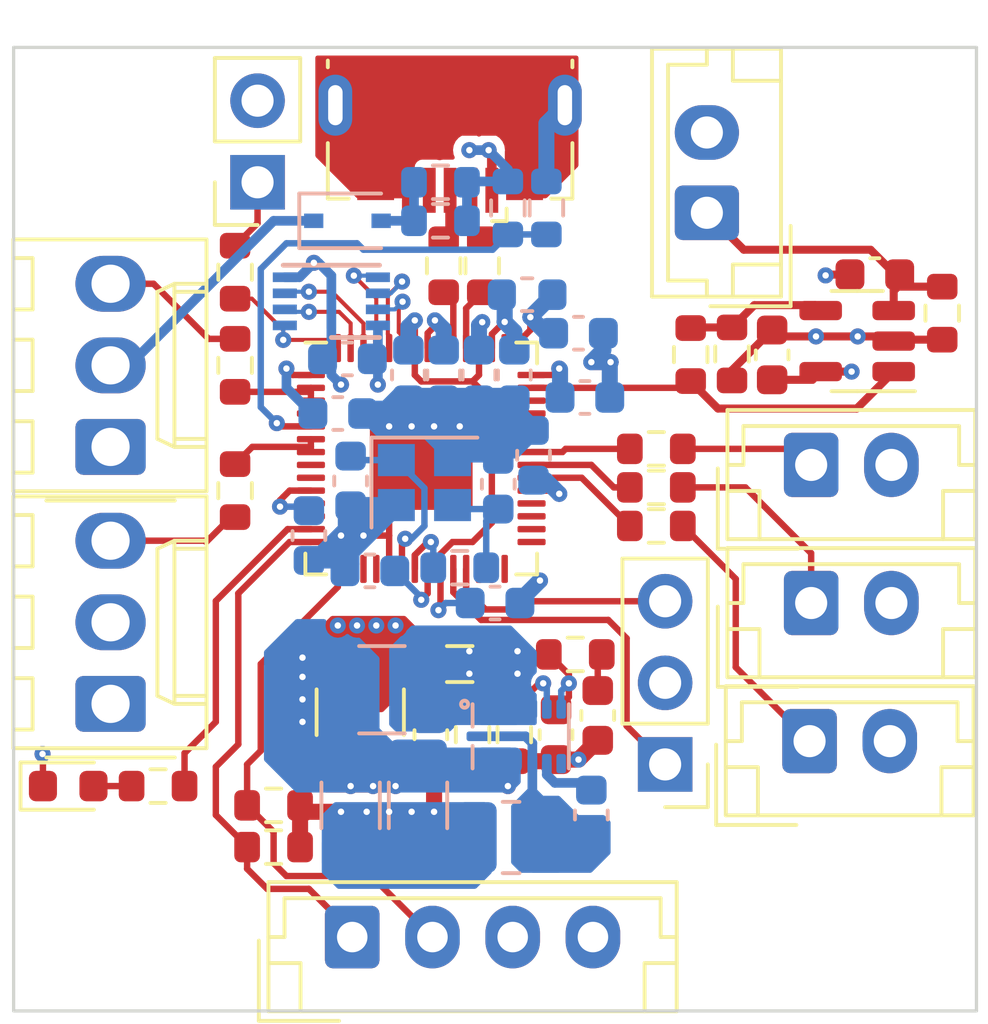
<source format=kicad_pcb>
(kicad_pcb (version 20211014) (generator pcbnew)
  (layers (0 "F.Cu" signal) (1 "In1.Cu" signal) (2 "In2.Cu" signal) (31 "B.Cu" signal) (34 "B.Paste" user) (35 "F.Paste" user) (36 "B.SilkS" user "B.Silkscreen") (37 "F.SilkS" user "F.Silkscreen") (38 "B.Mask" user) (39 "F.Mask" user) (44 "Edge.Cuts" user))
  (net 0 "")
  (net 1 "/XIN")
  (net 2 "GND")
  (net 3 "Net-(C2-Pad1)")
  (net 4 "+3V3")
  (net 5 "Net-(C4-Pad1)")
  (net 6 "+24V")
  (net 7 "Net-(C6-Pad1)")
  (net 8 "Net-(C7-Pad2)")
  (net 9 "+1V1")
  (net 10 "Net-(C12-Pad2)")
  (net 11 "Net-(C13-Pad1)")
  (net 12 "Net-(C13-Pad2)")
  (net 13 "Net-(C16-Pad2)")
  (net 14 "Net-(C18-Pad1)")
  (net 15 "Net-(D1-Pad2)")
  (net 16 "Net-(D2-Pad2)")
  (net 17 "VBUS")
  (net 18 "Net-(J1-Pad2)")
  (net 19 "Net-(J1-Pad3)")
  (net 21 "Net-(J2-Pad1)")
  (net 22 "Net-(J2-Pad3)")
  (net 23 "Net-(J3-Pad1)")
  (net 24 "Net-(J5-Pad3)")
  (net 25 "Net-(J6-Pad3)")
  (net 26 "Net-(J7-Pad1)")
  (net 27 "Net-(J8-Pad1)")
  (net 28 "/XOUT")
  (net 29 "Net-(R4-Pad2)")
  (net 30 "Net-(R5-Pad2)")
  (net 31 "/QSPI_CS")
  (net 32 "Net-(J4-Pad2)")
  (net 33 "Net-(J4-Pad1)")
  (net 34 "/UART1")
  (net 35 "/UART0")
  (net 36 "Net-(R12-Pad2)")
  (net 37 "/LeakSens")
  (net 38 "Net-(R14-Pad2)")
  (net 39 "/DIN1")
  (net 40 "/DIN2")
  (net 41 "/DIN3")
  (net 42 "/QSPI_D1")
  (net 43 "/QSPI_D2")
  (net 44 "/QSPI_D0")
  (net 45 "/QSPI_CLK")
  (net 46 "/QSPI_D3")
  (net 64 "Net-(R19-Pad2)")
  (net 67 "/LED")
  (footprint "Connector_JST:JST_EH_B2B-EH-A_1x02_P2.50mm_Vertical" (layer "F.Cu") (at 162.25 107)
    (fp_text reference "J7" hide)
    (fp_text value "Conn_01x02" hide)
  )
  (footprint "Resistor_SMD:R_0603_1608Metric" (layer "F.Cu") (at 166.33375 102.275 -90)
    (fp_text reference "R18" hide)
    (fp_text value "1M" hide)
  )
  (footprint "Resistor_SMD:R_0603_1608Metric" (layer "F.Cu") (at 145.5 118.9)
    (fp_text reference "R9" hide)
    (fp_text value "10k" hide)
  )
  (footprint "Resistor_SMD:R_0603_1608Metric" (layer "F.Cu") (at 151.7 115.4 90)
    (fp_text reference "R21" hide)
    (fp_text value "91k" hide)
  )
  (footprint "Package_DFN_QFN:QFN-56-1EP_7x7mm_P0.4mm_EP3.2x3.2mm" (layer "F.Cu") (at 150.1 106.8)
    (fp_text reference "U2" hide)
    (fp_text value "RP2040" hide)
  )
  (footprint "Connector_PinSocket_2.54mm:PinSocket_1x02_P2.54mm_Vertical" (layer "F.Cu") (at 145 98.2 180)
    (fp_text reference "J3" hide)
    (fp_text value "Conn_01x02" hide)
  )
  (footprint "Resistor_SMD:R_0603_1608Metric" (layer "F.Cu") (at 141.9 117 180)
    (fp_text reference "R7" hide)
    (fp_text value "470R" hide)
  )
  (footprint "MountingHole:MountingHole_3.2mm_M3_DIN965" (layer "F.Cu") (at 164.4 97)
    (fp_text reference "H2" hide)
    (fp_text value "MountingHole" hide)
  )
  (footprint "Connector_JST:JST_EH_B2B-EH-A_1x02_P2.50mm_Vertical" (layer "F.Cu") (at 159 99.15 90)
    (fp_text reference "J10" hide)
    (fp_text value "Conn_01x02" hide)
  )
  (footprint "MountingHole:MountingHole_3.2mm_M3_DIN965" (layer "F.Cu") (at 164.4 121)
    (fp_text reference "H1" hide)
    (fp_text value "MountingHole" hide)
  )
  (footprint "Connector_Molex:Molex_KK-254_AE-6410-03A_1x03_P2.54mm_Vertical" (layer "F.Cu") (at 140.42 114.44 90)
    (fp_text reference "J6" hide)
    (fp_text value "Conn_01x03" hide)
  )
  (footprint "Connector_JST:JST_EH_B4B-EH-A_1x04_P2.50mm_Vertical" (layer "F.Cu") (at 147.95 121.7)
    (fp_text reference "J4" hide)
    (fp_text value "Conn_01x04" hide)
  )
  (footprint "Capacitor_SMD:C_0603_1608Metric" (layer "F.Cu") (at 154.3 115.4 90)
    (fp_text reference "C16" hide)
    (fp_text value "DNP" hide)
  )
  (footprint "Resistor_SMD:R_0603_1608Metric" (layer "F.Cu") (at 153 115.4 -90)
    (fp_text reference "R22" hide)
    (fp_text value "30k" hide)
  )
  (footprint "Package_TO_SOT_SMD:SOT-23-5" (layer "F.Cu") (at 163.68375 103.145 180)
    (fp_text reference "U3" hide)
    (fp_text value "MCP6001R" hide)
  )
  (footprint "Capacitor_SMD:C_0603_1608Metric" (layer "F.Cu") (at 161.03375 103.575 -90)
    (fp_text reference "C24" hide)
    (fp_text value "100nF" hide)
  )
  (footprint "Capacitor_SMD:C_0603_1608Metric" (layer "F.Cu") (at 150.4 115.4 -90)
    (fp_text reference "C18" hide)
    (fp_text value "DNP" hide)
  )
  (footprint "Connector_Molex:Molex_KK-254_AE-6410-03A_1x03_P2.54mm_Vertical" (layer "F.Cu") (at 140.42 106.44 90)
    (fp_text reference "J5" hide)
    (fp_text value "Conn_01x03" hide)
  )
  (footprint "Connector_JST:JST_EH_B2B-EH-A_1x02_P2.50mm_Vertical" (layer "F.Cu") (at 162.25 111.3)
    (fp_text reference "J8" hide)
    (fp_text value "Conn_01x02" hide)
  )
  (footprint "Resistor_SMD:R_0603_1608Metric" (layer "F.Cu") (at 157.425 107.7)
    (fp_text reference "R16" hide)
    (fp_text value "1k" hide)
  )
  (footprint "Resistor_SMD:R_0603_1608Metric" (layer "F.Cu") (at 144.3 101 90)
    (fp_text reference "R6" hide)
    (fp_text value "1k" hide)
  )
  (footprint "MountingHole:MountingHole_3.2mm_M3_DIN965" (layer "F.Cu") (at 140.4 121)
    (fp_text reference "H3" hide)
    (fp_text value "MountingHole" hide)
  )
  (footprint "Resistor_SMD:R_0603_1608Metric" (layer "F.Cu") (at 158.49625 103.565 90)
    (fp_text reference "R14" hide)
    (fp_text value "10k" hide)
  )
  (footprint "LED_SMD:LED_0603_1608Metric" (layer "F.Cu") (at 139.1 117)
    (fp_text reference "D2" hide)
    (fp_text value "Green" hide)
  )
  (footprint "Inductor_SMD:L_0805_2012Metric" (layer "F.Cu") (at 151.3 113.2 180)
    (fp_text reference "L2" hide)
    (fp_text value "10µ" hide)
  )
  (footprint "Capacitor_SMD:C_0603_1608Metric" (layer "F.Cu") (at 155.6 114.8 90)
    (fp_text reference "C12" hide)
    (fp_text value "3.3n" hide)
  )
  (footprint "Resistor_SMD:R_0603_1608Metric" (layer "F.Cu") (at 157.425 106.5)
    (fp_text reference "R15" hide)
    (fp_text value "1k" hide)
  )
  (footprint "Resistor_SMD:R_0603_1608Metric" (layer "F.Cu") (at 144.3 107.8 90)
    (fp_text reference "R11" hide)
    (fp_text value "1k" hide)
  )
  (footprint "Resistor_SMD:R_0603_1608Metric" (layer "F.Cu") (at 159.78375 103.545 90)
    (fp_text reference "R17" hide)
    (fp_text value "1k" hide)
  )
  (footprint "Resistor_SMD:R_0603_1608Metric" (layer "F.Cu") (at 154.9 112.9)
    (fp_text reference "R20" hide)
    (fp_text value "27k" hide)
  )
  (footprint "Resistor_SMD:R_0603_1608Metric" (layer "F.Cu") (at 157.425 108.9)
    (fp_text reference "R19" hide)
    (fp_text value "1k" hide)
  )
  (footprint "Capacitor_SMD:C_0603_1608Metric" (layer "F.Cu") (at 164.23375 101.075 180)
    (fp_text reference "C6" hide)
    (fp_text value "100nF" hide)
  )
  (footprint "Connector_JST:JST_EH_B2B-EH-A_1x02_P2.50mm_Vertical" (layer "F.Cu") (at 162.2 115.6)
    (fp_text reference "J9" hide)
    (fp_text value "Conn_01x02" hide)
  )
  (footprint "Resistor_SMD:R_0603_1608Metric" (layer "F.Cu") (at 144.3 103.9 -90)
    (fp_text reference "R10" hide)
    (fp_text value "1k" hide)
  )
  (footprint "MountingHole:MountingHole_3.2mm_M3_DIN965" (layer "F.Cu") (at 140.4 97)
    (fp_text reference "H4" hide)
    (fp_text value "MountingHole" hide)
  )
  (footprint "Connector_USB:USB_Micro-B_GCT_USB3076-30-A" (layer "F.Cu") (at 151 97 180)
    (fp_text reference "J1" hide)
    (fp_text value "USB_B_Micro" hide)
  )
  (footprint "Capacitor_SMD:C_1210_3225Metric" (layer "F.Cu") (at 148.2 114.7 90)
    (fp_text reference "C5" hide)
    (fp_text value "10µ" hide)
  )
  (footprint "Resistor_SMD:R_0603_1608Metric" (layer "F.Cu") (at 150.8 100.8 -90)
    (fp_text reference "R4" hide)
    (fp_text value "27" hide)
  )
  (footprint "Resistor_SMD:R_0603_1608Metric" (layer "F.Cu") (at 152 100.8 -90)
    (fp_text reference "R5" hide)
    (fp_text value "27" hide)
  )
  (footprint "Connector_PinHeader_2.54mm:PinHeader_1x03_P2.54mm_Vertical" (layer "F.Cu") (at 157.7 116.325 180)
    (fp_text reference "J2" hide)
    (fp_text value "Conn_01x03" hide)
  )
  (footprint "Resistor_SMD:R_0603_1608Metric" (layer "F.Cu") (at 145.5 117.6)
    (fp_text reference "R8" hide)
    (fp_text value "10k" hide)
  )
  (footprint "Capacitor_SMD:C_0603_1608Metric" (layer "B.Cu") (at 152.4 111.3)
    (fp_text reference "C11" hide)
    (fp_text value "100nF" hide)
  )
  (footprint "Capacitor_SMD:C_1210_3225Metric" (layer "B.Cu") (at 148.875 114)
    (fp_text reference "C7" hide)
    (fp_text value "10µ" hide)
  )
  (footprint "Bergi:V-DFN3020-13" (layer "B.Cu") (at 153.2 115.45 -90)
    (fp_text reference "U4" hide)
    (fp_text value "AP63357Q" hide)
  )
  (footprint "Capacitor_SMD:C_0603_1608Metric" (layer "B.Cu") (at 147.9 107.5 -90)
    (fp_text reference "C1" hide)
    (fp_text value "12p" hide)
  )
  (footprint "Inductor_SMD:L_1008_2520Metric" (layer "B.Cu") (at 152.9 118.6 180)
    (fp_text reference "L3" hide)
    (fp_text value "4.7u" hide)
  )
  (footprint "Capacitor_SMD:C_1206_3216Metric" (layer "B.Cu") (at 150 117.6 -90)
    (fp_text reference "C23" hide)
    (fp_text value "22µ" hide)
  )
  (footprint "Crystal:Crystal_SMD_2520-4Pin_2.5x2.0mm" (layer "B.Cu") (at 150.2 107.55)
    (fp_text reference "Y1" hide)
    (fp_text value "12Mhz" hide)
  )
  (footprint "Capacitor_SMD:C_0603_1608Metric" (layer "B.Cu") (at 146.6 109.2 -90)
    (fp_text reference "C19" hide)
    (fp_text value "100nF" hide)
  )
  (footprint "Capacitor_SMD:C_0603_1608Metric" (layer "B.Cu") (at 147.5 105.4)
    (fp_text reference "C10" hide)
    (fp_text value "100nF" hide)
  )
  (footprint "Bergi:DFN-8-1EP_3x2mm_P0.5mm_EP0.3x1.6mm" (layer "B.Cu") (at 147.3 101.907559)
    (fp_text reference "U1" hide)
    (fp_text value "W25Q16JVUXIQ" hide)
  )
  (footprint "Capacitor_SMD:C_0603_1608Metric" (layer "B.Cu") (at 149.7 104.2 -90)
    (fp_text reference "C9" hide)
    (fp_text value "100nF" hide)
  )
  (footprint "Resistor_SMD:R_0603_1608Metric" (layer "B.Cu") (at 150.7 99.4)
    (fp_text reference "R1" hide)
    (fp_text value "20R" hide)
  )
  (footprint "Capacitor_SMD:C_0603_1608Metric" (layer "B.Cu") (at 151.9 104.2 -90)
    (fp_text reference "C15" hide)
    (fp_text value "1µF" hide)
  )
  (footprint "Capacitor_SMD:C_1206_3216Metric" (layer "B.Cu") (at 147.9 117.6 -90)
    (fp_text reference "C21" hide)
    (fp_text value "22µ" hide)
  )
  (footprint "Capacitor_SMD:C_0603_1608Metric" (layer "B.Cu") (at 155.2 104.9)
    (fp_text reference "C17" hide)
    (fp_text value "100nF" hide)
  )
  (footprint "Capacitor_SMD:C_0603_1608Metric" (layer "B.Cu") (at 148.5 110.3 180)
    (fp_text reference "C20" hide)
    (fp_text value "100nF" hide)
  )
  (footprint "Resistor_SMD:R_0603_1608Metric" (layer "B.Cu") (at 154 99 90)
    (fp_text reference "R13" hide)
    (fp_text value "10k" hide)
  )
  (footprint "Diode_SMD:D_SOD-323" (layer "B.Cu") (at 147.8 99.4)
    (fp_text reference "D1" hide)
    (fp_text value "BAT54W" hide)
  )
  (footprint "Capacitor_SMD:C_0603_1608Metric" (layer "B.Cu") (at 150.8 104.2 -90)
    (fp_text reference "C14" hide)
    (fp_text value "100nF" hide)
  )
  (footprint "Resistor_SMD:R_0603_1608Metric" (layer "B.Cu") (at 151.3 110.2)
    (fp_text reference "R3" hide)
    (fp_text value "1k" hide)
  )
  (footprint "Capacitor_SMD:C_0603_1608Metric" (layer "B.Cu") (at 153 104.2 -90)
    (fp_text reference "C22" hide)
    (fp_text value "1µF" hide)
  )
  (footprint "Capacitor_SMD:C_0603_1608Metric" (layer "B.Cu") (at 155 102.9)
    (fp_text reference "C4" hide)
    (fp_text value "1µF" hide)
  )
  (footprint "Capacitor_SMD:C_0603_1608Metric" (layer "B.Cu") (at 147.8 103.7 180)
    (fp_text reference "C3" hide)
    (fp_text value "100nF" hide)
  )
  (footprint "Capacitor_SMD:C_0603_1608Metric" (layer "B.Cu") (at 153.6 106.7 90)
    (fp_text reference "C8" hide)
    (fp_text value "100nF" hide)
  )
  (footprint "Capacitor_SMD:C_0603_1608Metric" (layer "B.Cu") (at 152.5 107.6 90)
    (fp_text reference "C2" hide)
    (fp_text value "12p" hide)
  )
  (footprint "Resistor_SMD:R_0603_1608Metric" (layer "B.Cu") (at 152.8 99 -90)
    (fp_text reference "R12" hide)
    (fp_text value "5.6k" hide)
  )
  (footprint "Capacitor_SMD:C_0603_1608Metric" (layer "B.Cu") (at 155.4 117.9 90)
    (fp_text reference "C13" hide)
    (fp_text value "100n" hide)
  )
  (footprint "Resistor_SMD:R_0603_1608Metric" (layer "B.Cu") (at 150.7 98.2)
    (fp_text reference "R2" hide)
    (fp_text value "20R" hide)
  )
  (footprint "Inductor_SMD:L_0603_1608Metric" (layer "B.Cu") (at 153.4 101.7 180)
    (fp_text reference "L1" hide)
    (fp_text value "600R" hide)
  )
  (gr_line (start 137.4 94) (end 167.4 94) (layer "Edge.Cuts") (width 0.1))
  (gr_line (start 137.4 124) (end 137.4 94) (layer "Edge.Cuts") (width 0.1))
  (gr_line (start 137.4 124) (end 167.4 124) (layer "Edge.Cuts") (width 0.1))
  (gr_line (start 167.4 124) (end 167.4 94) (layer "Edge.Cuts") (width 0.1))
  (segment (start 149.5 109.4) (end 149.5 110.2375) (width 0.2) (layer "F.Cu") (net 1))
  (segment (start 149.6 109.3) (end 149.5 109.4) (width 0.2) (layer "F.Cu") (net 1))
  (via (at 149.6 109.3) (size 0.5) (drill 0.2) (layers "F.Cu" "B.Cu") (net 1))
  (segment (start 150.2 108.9) (end 150.2 107.725) (width 0.2) (layer "B.Cu") (net 1))
  (segment (start 148.025 106.85) (end 147.9 106.725) (width 0.2) (layer "B.Cu") (net 1))
  (segment (start 149.6 109.3) (end 149.8 109.3) (width 0.2) (layer "B.Cu") (net 1))
  (segment (start 149.325 106.85) (end 148.025 106.85) (width 0.2) (layer "B.Cu") (net 1))
  (segment (start 149.8 109.3) (end 150.2 108.9) (width 0.2) (layer "B.Cu") (net 1))
  (segment (start 150.2 107.725) (end 149.325 106.85) (width 0.2) (layer "B.Cu") (net 1))
  (segment (start 162.725 101.075) (end 163.45875 101.075) (width 0.25) (layer "F.Cu") (net 2))
  (segment (start 149.1 109.2) (end 149.1 107.8) (width 0.2) (layer "F.Cu") (net 2))
  (segment (start 161.03375 104.35) (end 162.29125 104.35) (width 0.25) (layer "F.Cu") (net 2))
  (segment (start 149.1 107.8) (end 150.1 106.8) (width 0.2) (layer "F.Cu") (net 2))
  (segment (start 162.54625 104.095) (end 163.50925 104.095) (width 0.25) (layer "F.Cu") (net 2))
  (segment (start 146.4 115.9) (end 146.675 116.175) (width 0.5) (layer "F.Cu") (net 2))
  (segment (start 152.8 116.425) (end 153 116.225) (width 0.5) (layer "F.Cu") (net 2))
  (segment (start 146.4 113) (end 146.4 115.9) (width 0.5) (layer "F.Cu") (net 2))
  (segment (start 149.1 109.2) (end 147.6 109.2) (width 0.2) (layer "F.Cu") (net 2))
  (segment (start 138.3125 117) (end 138.3125 116.0125) (width 0.2) (layer "F.Cu") (net 2))
  (segment (start 154.3 116.175) (end 155 116.175) (width 0.5) (layer "F.Cu") (net 2))
  (segment (start 153 116.225) (end 154.25 116.225) (width 0.5) (layer "F.Cu") (net 2))
  (segment (start 155 116.175) (end 155.6 115.575) (width 0.5) (layer "F.Cu") (net 2))
  (segment (start 146.675 116.175) (end 148.2 116.175) (width 0.5) (layer "F.Cu") (net 2))
  (segment (start 162.29125 104.35) (end 162.54625 104.095) (width 0.25) (layer "F.Cu") (net 2))
  (segment (start 152.8 117) (end 152.8 116.425) (width 0.5) (layer "F.Cu") (net 2))
  (segment (start 138.3125 116.0125) (end 138.3 116) (width 0.2) (layer "F.Cu") (net 2))
  (segment (start 154.25 116.225) (end 154.3 116.175) (width 0.5) (layer "F.Cu") (net 2))
  (segment (start 155.4 103.8) (end 156 103.8) (width 0.5) (layer "F.Cu") (net 2))
  (segment (start 162.7 101.1) (end 162.725 101.075) (width 0.25) (layer "F.Cu") (net 2))
  (segment (start 149.1 110.2375) (end 149.1 109.2) (width 0.2) (layer "F.Cu") (net 2))
  (via (at 151.3 105.8) (size 0.5) (drill 0.2) (layers "F.Cu" "B.Cu") (net 2))
  (via (at 147.6 109.2) (size 0.5) (drill 0.2) (layers "F.Cu" "B.Cu") (net 2))
  (via (at 149.8 105.8) (size 0.5) (drill 0.2) (layers "F.Cu" "B.Cu") (net 2))
  (via (at 156 103.8) (size 0.5) (drill 0.2) (layers "F.Cu" "B.Cu") (net 2))
  (via (at 162.7 101.1) (size 0.5) (drill 0.2) (layers "F.Cu" "B.Cu") (net 2))
  (via (at 155 116.175) (size 0.5) (drill 0.2) (layers "F.Cu" "B.Cu") (net 2))
  (via (at 148.3 109.2) (size 0.5) (drill 0.2) (layers "F.Cu" "B.Cu") (net 2))
  (via (at 153.8 110.6) (size 0.5) (drill 0.2) (layers "F.Cu" "B.Cu") (net 2))
  (via (at 152.8 117) (size 0.5) (drill 0.2) (layers "F.Cu" "B.Cu") (net 2))
  (via (at 149.3 117) (size 0.5) (drill 0.2) (layers "F.Cu" "B.Cu") (net 2))
  (via (at 146.4 115) (size 0.5) (drill 0.2) (layers "F.Cu" "B.Cu") (net 2))
  (via (at 149.1 105.8) (size 0.5) (drill 0.2) (layers "F.Cu" "B.Cu") (net 2))
  (via (at 155.4 103.8) (size 0.5) (drill 0.2) (layers "F.Cu" "B.Cu") (net 2))
  (via (at 163.50925 104.095) (size 0.5) (drill 0.2) (layers "F.Cu" "B.Cu") (net 2))
  (via (at 146.4 113.6) (size 0.5) (drill 0.2) (layers "F.Cu" "B.Cu") (net 2))
  (via (at 146.4 114.3) (size 0.5) (drill 0.2) (layers "F.Cu" "B.Cu") (net 2))
  (via (at 150.5 105.8) (size 0.5) (drill 0.2) (layers "F.Cu" "B.Cu") (net 2))
  (via (at 148.6 117) (size 0.5) (drill 0.2) (layers "F.Cu" "B.Cu") (net 2))
  (via (at 138.3 116) (size 0.5) (drill 0.2) (layers "F.Cu" "B.Cu") (net 2))
  (via (at 146.754709 100.707559) (size 0.5) (drill 0.2) (layers "F.Cu" "B.Cu") (net 2))
  (via (at 147.9 117) (size 0.5) (drill 0.2) (layers "F.Cu" "B.Cu") (net 2))
  (via (at 147.6 104.5) (size 0.5) (drill 0.2) (layers "F.Cu" "B.Cu") (net 2))
  (via (at 146.4 113) (size 0.5) (drill 0.2) (layers "F.Cu" "B.Cu") (net 2))
  (segment (start 153.8 110.6) (end 153.175 111.225) (width 0.5) (layer "B.Cu") (net 2))
  (segment (start 147.3 104.2) (end 147.3 101.907559) (width 0.3) (layer "B.Cu") (net 2))
  (segment (start 147.925 109.825) (end 147.925 110.1) (width 0.5) (layer "B.Cu") (net 2))
  (segment (start 147.925 109.575) (end 147.925 109.525) (width 0.5) (layer "B.Cu") (net 2))
  (segment (start 148.3 109.2) (end 147.925 109.575) (width 0.5) (layer "B.Cu") (net 2))
  (segment (start 155.975 103.825) (end 156 103.8) (width 0.5) (layer "B.Cu") (net 2))
  (segment (start 147.925 108.25) (end 147.925 108.825) (width 0.5) (layer "B.Cu") (net 2))
  (segment (start 155.775 103.425) (end 155.4 103.8) (width 0.5) (layer "B.Cu") (net 2))
  (segment (start 146.9 100.707559) (end 147.3 101.107559) (width 0.3) (layer "B.Cu") (net 2))
  (segment (start 152.5 106.825) (end 151.1 106.825) (width 0.2) (layer "B.Cu") (net 2))
  (segment (start 153.175 111.225) (end 153.175 111.3) (width 0.5) (layer "B.Cu") (net 2))
  (segment (start 146.6 109.975) (end 147.775 109.975) (width 0.5) (layer "B.Cu") (net 2))
  (segment (start 146.754709 100.707559) (end 146.9 100.707559) (width 0.3) (layer "B.Cu") (net 2))
  (segment (start 154 96.375) (end 154.575 95.8) (width 0.5) (layer "B.Cu") (net 2))
  (segment (start 147.925 108.25) (end 147.9 108.275) (width 0.2) (layer "B.Cu") (net 2))
  (segment (start 147.6 104.5) (end 147.3 104.2) (width 0.3) (layer "B.Cu") (net 2))
  (segment (start 154 98.175) (end 154 96.375) (width 0.5) (layer "B.Cu") (net 2))
  (segment (start 155.975 104.9) (end 155.975 103.825) (width 0.5) (layer "B.Cu") (net 2))
  (segment (start 147.3 101.107559) (end 147.3 101.907559) (width 0.3) (layer "B.Cu") (net 2))
  (segment (start 147.925 109.525) (end 147.6 109.2) (width 0.5) (layer "B.Cu") (net 2))
  (segment (start 147.925 110.1) (end 147.725 110.3) (width 0.5) (layer "B.Cu") (net 2))
  (segment (start 155.4 103.8) (end 156 103.8) (width 0.5) (layer "B.Cu") (net 2))
  (segment (start 146.304709 101.157559) (end 146.754709 100.707559) (width 0.3) (layer "B.Cu") (net 2))
  (segment (start 147.775 109.975) (end 147.925 109.825) (width 0.5) (layer "B.Cu") (net 2))
  (segment (start 147.925 109.575) (end 147.925 109.825) (width 0.5) (layer "B.Cu") (net 2))
  (segment (start 155.775 102.9) (end 155.775 103.425) (width 0.5) (layer "B.Cu") (net 2))
  (segment (start 149.325 108.25) (end 147.925 108.25) (width 0.5) (layer "B.Cu") (net 2))
  (segment (start 147.925 108.825) (end 148.3 109.2) (width 0.5) (layer "B.Cu") (net 2))
  (segment (start 145.85 101.157559) (end 146.304709 101.157559) (width 0.3) (layer "B.Cu") (net 2))
  (segment (start 151.1 106.825) (end 151.075 106.85) (width 0.2) (layer "B.Cu") (net 2))
  (segment (start 152.125 108.75) (end 152.5 108.375) (width 0.2) (layer "B.Cu") (net 3))
  (segment (start 152.5 108.375) (end 151.2 108.375) (width 0.2) (layer "B.Cu") (net 3))
  (segment (start 151.2 108.375) (end 151.075 108.25) (width 0.2) (layer "B.Cu") (net 3))
  (segment (start 152.125 110.2) (end 152.125 108.75) (width 0.2) (layer "B.Cu") (net 3))
  (segment (start 161.23375 103) (end 161.03375 102.8) (width 0.25) (layer "F.Cu") (net 4))
  (segment (start 152.3 102.929959) (end 152.3 103.3625) (width 0.2) (layer "F.Cu") (net 4))
  (segment (start 153.5375 107.8) (end 154.3 107.8) (width 0.2) (layer "F.Cu") (net 4))
  (segment (start 166.33375 103.1) (end 164.86625 103.1) (width 0.25) (layer "F.Cu") (net 4))
  (segment (start 150.3 102.9) (end 150.526503 102.673497) (width 0.2) (layer "F.Cu") (net 4))
  (segment (start 146.325 117.6) (end 146.325 118.9) (width 0.5) (layer "F.Cu") (net 4))
  (segment (start 163.7 103) (end 163.5 103) (width 0.25) (layer "F.Cu") (net 4))
  (segment (start 159.78375 104.05) (end 159.78375 104.37) (width 0.25) (layer "F.Cu") (net 4))
  (segment (start 145.7 108.1) (end 145.7 108.3) (width 0.2) (layer "F.Cu") (net 4))
  (segment (start 147.6 117.8) (end 146.525 117.8) (width 0.5) (layer "F.Cu") (net 4))
  (segment (start 150.526503 102.673497) (end 150.526503 102.5) (width 0.2) (layer "F.Cu") (net 4))
  (segment (start 164.67625 103) (end 163.7 103) (width 0.25) (layer "F.Cu") (net 4))
  (segment (start 145.8 108) (end 145.7 108.1) (width 0.2) (layer "F.Cu") (net 4))
  (segment (start 147.6 117.8) (end 150.5 117.8) (width 0.5) (layer "F.Cu") (net 4))
  (segment (start 163.5 103) (end 162.4 103) (width 0.25) (layer "F.Cu") (net 4))
  (segment (start 154.2 104.2) (end 154.4 104) (width 0.2) (layer "F.Cu") (net 4))
  (segment (start 146.1 104.2) (end 145.9 104) (width 0.2) (layer "F.Cu") (net 4))
  (segment (start 150.7 102.673497) (end 150.526503 102.5) (width 0.2) (layer "F.Cu") (net 4))
  (segment (start 150.7 103.3625) (end 150.7 102.673497) (width 0.2) (layer "F.Cu") (net 4))
  (segment (start 150.4 116.175) (end 151.65 116.175) (width 0.5) (layer "F.Cu") (net 4))
  (segment (start 151.65 116.175) (end 151.7 116.225) (width 0.5) (layer "F.Cu") (net 4))
  (segment (start 150.3 103.3625) (end 150.3 102.9) (width 0.2) (layer "F.Cu") (net 4))
  (segment (start 150.3 110.2375) (end 150.3 111) (width 0.2) (layer "F.Cu") (net 4))
  (segment (start 152.7 102.5485) (end 152.618541 102.629959) (width 0.2) (layer "F.Cu") (net 4))
  (segment (start 150.5 117.8) (end 150.5 116.275) (width 0.5) (layer "F.Cu") (net 4))
  (segment (start 146.525 117.8) (end 146.325 117.6) (width 0.5) (layer "F.Cu") (net 4))
  (segment (start 164.86625 103.1) (end 164.82125 103.145) (width 0.25) (layer "F.Cu") (net 4))
  (segment (start 150.5 116.275) (end 150.4 116.175) (width 0.5) (layer "F.Cu") (net 4))
  (segment (start 154.3 107.8) (end 154.4 107.9) (width 0.2) (layer "F.Cu") (net 4))
  (segment (start 164.82125 103.145) (end 164.67625 103) (width 0.25) (layer "F.Cu") (net 4))
  (segment (start 152.618541 102.629959) (end 152.6 102.629959) (width 0.2) (layer "F.Cu") (net 4))
  (segment (start 152.6 102.629959) (end 152.3 102.929959) (width 0.2) (layer "F.Cu") (net 4))
  (segment (start 153.5375 104.2) (end 154.2 104.2) (width 0.2) (layer "F.Cu") (net 4))
  (segment (start 146.6625 104.2) (end 146.1 104.2) (width 0.2) (layer "F.Cu") (net 4))
  (segment (start 146.6625 107.8) (end 146 107.8) (width 0.2) (layer "F.Cu") (net 4))
  (segment (start 146 107.8) (end 145.8 108) (width 0.2) (layer "F.Cu") (net 4))
  (segment (start 161.03375 102.8) (end 159.78375 104.05) (width 0.25) (layer "F.Cu") (net 4))
  (segment (start 162.4 103) (end 161.23375 103) (width 0.25) (layer "F.Cu") (net 4))
  (segment (start 150.3 111) (end 150.1 111.2) (width 0.2) (layer "F.Cu") (net 4))
  (via (at 147.6 117.8) (size 0.5) (drill 0.2) (layers "F.Cu" "B.Cu") (net 4))
  (via (at 150.5 117.8) (size 0.5) (drill 0.2) (layers "F.Cu" "B.Cu") (net 4))
  (via (at 163.7 103) (size 0.5) (drill 0.2) (layers "F.Cu" "B.Cu") (net 4))
  (via (at 148.4 117.8) (size 0.5) (drill 0.2) (layers "F.Cu" "B.Cu") (net 4))
  (via (at 162.4 103) (size 0.5) (drill 0.2) (layers "F.Cu" "B.Cu") (net 4))
  (via (at 149.1 117.8) (size 0.5) (drill 0.2) (layers "F.Cu" "B.Cu") (net 4))
  (via (at 154.4 104) (size 0.5) (drill 0.2) (layers "F.Cu" "B.Cu") (net 4))
  (via (at 145.9 104) (size 0.5) (drill 0.2) (layers "F.Cu" "B.Cu") (net 4))
  (via (at 145.7 108.3) (size 0.5) (drill 0.2) (layers "F.Cu" "B.Cu") (net 4))
  (via (at 149.8 117.8) (size 0.5) (drill 0.2) (layers "F.Cu" "B.Cu") (net 4))
  (via (at 150.526503 102.5) (size 0.5) (drill 0.2) (layers "F.Cu" "B.Cu") (net 4))
  (via (at 150.1 111.2) (size 0.5) (drill 0.2) (layers "F.Cu" "B.Cu") (net 4))
  (via (at 148.748418 104.5) (size 0.5) (drill 0.2) (layers "F.Cu" "B.Cu") (net 4))
  (via (at 154.4 107.9) (size 0.5) (drill 0.2) (layers "F.Cu" "B.Cu") (net 4))
  (via (at 152.7 102.5485) (size 0.5) (drill 0.2) (layers "F.Cu" "B.Cu") (net 4))
  (segment (start 145.7 108.3) (end 146.475 108.3) (width 0.2) (layer "B.Cu") (net 4))
  (segment (start 153.6 107.475) (end 153.975 107.475) (width 0.5) (layer "B.Cu") (net 4))
  (segment (start 145.9 104.6) (end 145.9 104) (width 0.3) (layer "B.Cu") (net 4))
  (segment (start 153.975 107.475) (end 154.4 107.9) (width 0.5) (layer "B.Cu") (net 4))
  (segment (start 146.475 108.3) (end 146.6 108.425) (width 0.2) (layer "B.Cu") (net 4))
  (segment (start 153 102.8485) (end 153 103.425) (width 0.5) (layer "B.Cu") (net 4))
  (segment (start 148.75 104.05) (end 148.75 104.498418) (width 0.3) (layer "B.Cu") (net 4))
  (segment (start 154.425 104.025) (end 154.4 104) (width 0.2) (layer "B.Cu") (net 4))
  (segment (start 150.526503 102.5) (end 150.8 102.773497) (width 0.5) (layer "B.Cu") (net 4))
  (segment (start 148.748418 104.5) (end 148.75 104.498418) (width 0.127) (layer "B.Cu") (net 4))
  (segment (start 152.7 102.5485) (end 153 102.8485) (width 0.5) (layer "B.Cu") (net 4))
  (segment (start 154.425 104.9) (end 154.425 104.025) (width 0.5) (layer "B.Cu") (net 4))
  (segment (start 148.75 104.498418) (end 148.75 103.657559) (width 0.127) (layer "B.Cu") (net 4))
  (segment (start 150.1 111.2) (end 150.1 111.125) (width 0.2) (layer "B.Cu") (net 4))
  (segment (start 152.7 102.5485) (end 152.7 101.7875) (width 0.5) (layer "B.Cu") (net 4))
  (segment (start 145.9 104.6) (end 146.7 105.4) (width 0.3) (layer "B.Cu") (net 4))
  (segment (start 150.1 111.125) (end 149.275 110.3) (width 0.2) (layer "B.Cu") (net 4))
  (segment (start 148.75 102.657559) (end 148.75 103.657559) (width 0.3) (layer "B.Cu") (net 4))
  (segment (start 150.8 102.773497) (end 150.8 103.425) (width 0.5) (layer "B.Cu") (net 4))
  (segment (start 152.7 101.7875) (end 152.6125 101.7) (width 0.5) (layer "B.Cu") (net 4))
  (segment (start 146.725 105.4) (end 146.7 105.4) (width 0.3) (layer "B.Cu") (net 4))
  (segment (start 152.9375 103.3625) (end 152.7 103.3625) (width 0.2) (layer "F.Cu") (net 5))
  (segment (start 153.5 102.4) (end 153.5 102.8) (width 0.2) (layer "F.Cu") (net 5))
  (segment (start 153.5 102.8) (end 152.9375 103.3625) (width 0.2) (layer "F.Cu") (net 5))
  (via (at 153.5 102.4) (size 0.5) (drill 0.2) (layers "F.Cu" "B.Cu") (net 5))
  (segment (start 154.1875 101.7125) (end 153.5 102.4) (width 0.5) (layer "B.Cu") (net 5))
  (segment (start 154 102.9) (end 153.5 102.4) (width 0.5) (layer "B.Cu") (net 5))
  (segment (start 154.1875 101.7) (end 154.1875 101.7125) (width 0.5) (layer "B.Cu") (net 5))
  (segment (start 154.225 102.9) (end 154 102.9) (width 0.5) (layer "B.Cu") (net 5))
  (via (at 148.1 112) (size 0.5) (drill 0.2) (layers "F.Cu" "B.Cu") (net 6))
  (via (at 148.7 112) (size 0.5) (drill 0.2) (layers "F.Cu" "B.Cu") (net 6))
  (via (at 147.5 112) (size 0.5) (drill 0.2) (layers "F.Cu" "B.Cu") (net 6))
  (via (at 149.3 112) (size 0.5) (drill 0.2) (layers "F.Cu" "B.Cu") (net 6))
  (segment (start 141 103.9) (end 140.42 103.9) (width 0.3) (layer "B.Cu") (net 6))
  (segment (start 145.5 99.4) (end 141 103.9) (width 0.3) (layer "B.Cu") (net 6))
  (segment (start 146.75 99.4) (end 145.5 99.4) (width 0.3) (layer "B.Cu") (net 6))
  (segment (start 164.82125 101.5825) (end 164.82125 101.2625) (width 0.25) (layer "F.Cu") (net 7))
  (segment (start 164.875 101.075) (end 164.1 100.3) (width 0.25) (layer "F.Cu") (net 7))
  (segment (start 160.15 100.3) (end 159 99.15) (width 0.25) (layer "F.Cu") (net 7))
  (segment (start 164.82125 102.195) (end 164.82125 101.5825) (width 0.25) (layer "F.Cu") (net 7))
  (segment (start 164.95375 101.45) (end 164.82125 101.5825) (width 0.25) (layer "F.Cu") (net 7))
  (segment (start 166.33375 101.45) (end 164.95375 101.45) (width 0.25) (layer "F.Cu") (net 7))
  (segment (start 164.1 100.3) (end 160.15 100.3) (width 0.25) (layer "F.Cu") (net 7))
  (segment (start 165.00875 101.075) (end 164.875 101.075) (width 0.25) (layer "F.Cu") (net 7))
  (segment (start 164.82125 101.2625) (end 165.00875 101.075) (width 0.25) (layer "F.Cu") (net 7))
  (via (at 153.1 112.8) (size 0.5) (drill 0.2) (layers "F.Cu" "B.Cu") (net 8))
  (via (at 153.1 113.5) (size 0.5) (drill 0.2) (layers "F.Cu" "B.Cu") (net 8))
  (via (at 151.6 113.5) (size 0.5) (drill 0.2) (layers "F.Cu" "B.Cu") (net 8))
  (via (at 151.6 112.8) (size 0.5) (drill 0.2) (layers "F.Cu" "B.Cu") (net 8))
  (segment (start 152.3 108.8) (end 151.7 109.4) (width 0.2) (layer "F.Cu") (net 9))
  (segment (start 150.7 111.459554) (end 150.7 110.2375) (width 0.2) (layer "F.Cu") (net 9))
  (segment (start 151.7 109.4) (end 151.07458 109.4) (width 0.2) (layer "F.Cu") (net 9))
  (segment (start 151.9 102.655379) (end 152 102.555379) (width 0.2) (layer "F.Cu") (net 9))
  (segment (start 151.9 103.3625) (end 151.9 104.2) (width 0.2) (layer "F.Cu") (net 9))
  (segment (start 149.9 103.3625) (end 149.9 104.2) (width 0.2) (layer "F.Cu") (net 9))
  (segment (start 149.9 104.2) (end 150.1 104.4) (width 0.2) (layer "F.Cu") (net 9))
  (segment (start 151.7 104.4) (end 152.3 105) (width 0.2) (layer "F.Cu") (net 9))
  (segment (start 151.07458 109.4) (end 150.7 109.77458) (width 0.2) (layer "F.Cu") (net 9))
  (segment (start 151.9 103.3625) (end 151.9 102.655379) (width 0.2) (layer "F.Cu") (net 9))
  (segment (start 150.637221 111.522333) (end 150.7 111.459554) (width 0.2) (layer "F.Cu") (net 9))
  (segment (start 151.9 104.2) (end 151.7 104.4) (width 0.2) (layer "F.Cu") (net 9))
  (segment (start 150.7 109.77458) (end 150.7 110.2375) (width 0.2) (layer "F.Cu") (net 9))
  (segment (start 149.9 103.3625) (end 149.9 102.5) (width 0.2) (layer "F.Cu") (net 9))
  (segment (start 150.1 104.4) (end 151.7 104.4) (width 0.2) (layer "F.Cu") (net 9))
  (segment (start 152.3 105) (end 152.3 108.8) (width 0.2) (layer "F.Cu") (net 9))
  (via (at 149.9 102.5) (size 0.5) (drill 0.2) (layers "F.Cu" "B.Cu") (net 9))
  (via (at 152 102.555379) (size 0.5) (drill 0.2) (layers "F.Cu" "B.Cu") (net 9))
  (via (at 150.637221 111.522333) (size 0.5) (drill 0.2) (layers "F.Cu" "B.Cu") (net 9))
  (segment (start 149.7 102.7) (end 149.7 103.425) (width 0.5) (layer "B.Cu") (net 9))
  (segment (start 150.637221 111.522333) (end 150.859554 111.3) (width 0.2) (layer "B.Cu") (net 9))
  (segment (start 149.9 102.5) (end 149.7 102.7) (width 0.5) (layer "B.Cu") (net 9))
  (segment (start 151.9 102.655379) (end 151.9 103.425) (width 0.5) (layer "B.Cu") (net 9))
  (segment (start 152 102.555379) (end 151.9 102.655379) (width 0.5) (layer "B.Cu") (net 9))
  (segment (start 150.859554 111.3) (end 151.625 111.3) (width 0.2) (layer "B.Cu") (net 9))
  (segment (start 155.6 114.025) (end 155.6 113.025) (width 0.2) (layer "F.Cu") (net 10))
  (segment (start 155.6 113.025) (end 155.725 112.9) (width 0.2) (layer "F.Cu") (net 10))
  (segment (start 153.5625 115.6625) (end 153.5625 116.3) (width 0.3) (layer "B.Cu") (net 11))
  (segment (start 152.375 115.45) (end 153.35 115.45) (width 0.3) (layer "B.Cu") (net 11))
  (segment (start 155.4 118.675) (end 154.05 118.675) (width 0.3) (layer "B.Cu") (net 11))
  (segment (start 154.05 118.675) (end 153.975 118.6) (width 0.3) (layer "B.Cu") (net 11))
  (segment (start 153.5625 118.1875) (end 153.975 118.6) (width 0.3) (layer "B.Cu") (net 11))
  (segment (start 153.5625 116.3) (end 153.5625 118.1875) (width 0.3) (layer "B.Cu") (net 11))
  (segment (start 153.35 115.45) (end 153.5625 115.6625) (width 0.3) (layer "B.Cu") (net 11))
  (segment (start 155.175 116.9) (end 155.4 117.125) (width 0.3) (layer "B.Cu") (net 12))
  (segment (start 154.264697 116.9) (end 155.175 116.9) (width 0.3) (layer "B.Cu") (net 12))
  (segment (start 154.0125 116.3) (end 154.0125 116.647803) (width 0.3) (layer "B.Cu") (net 12))
  (segment (start 154.0125 116.647803) (end 154.264697 116.9) (width 0.3) (layer "B.Cu") (net 12))
  (segment (start 154.7 113.525) (end 154.7 114.225) (width 0.2) (layer "F.Cu") (net 13))
  (segment (start 154.075 112.9) (end 154.7 113.525) (width 0.2) (layer "F.Cu") (net 13))
  (segment (start 154.7 114.225) (end 154.3 114.625) (width 0.2) (layer "F.Cu") (net 13))
  (via (at 154.7 113.8) (size 0.5) (drill 0.2) (layers "F.Cu" "B.Cu") (net 13))
  (segment (start 154.4625 114.0375) (end 154.4625 114.6) (width 0.2) (layer "B.Cu") (net 13))
  (segment (start 154.7 113.8) (end 154.4625 114.0375) (width 0.2) (layer "B.Cu") (net 13))
  (segment (start 150.45 114.575) (end 150.4 114.625) (width 0.2) (layer "F.Cu") (net 14))
  (segment (start 151.7 114.575) (end 150.45 114.575) (width 0.2) (layer "F.Cu") (net 14))
  (segment (start 153 114.575) (end 151.7 114.575) (width 0.2) (layer "F.Cu") (net 14))
  (segment (start 153.775 113.8) (end 153 114.575) (width 0.2) (layer "F.Cu") (net 14))
  (segment (start 153.9 113.8) (end 153.775 113.8) (width 0.2) (layer "F.Cu") (net 14))
  (via (at 153.9 113.8) (size 0.5) (drill 0.2) (layers "F.Cu" "B.Cu") (net 14))
  (segment (start 154.0125 114.6) (end 154.0125 113.9125) (width 0.2) (layer "B.Cu") (net 14))
  (segment (start 154.0125 113.9125) (end 153.9 113.8) (width 0.2) (layer "B.Cu") (net 14))
  (segment (start 149.875 99.4) (end 149.875 98.2) (width 0.3) (layer "B.Cu") (net 15))
  (segment (start 148.85 99.4) (end 149.875 99.4) (width 0.3) (layer "B.Cu") (net 15))
  (segment (start 141.075 117) (end 139.8875 117) (width 0.2) (layer "F.Cu") (net 16))
  (segment (start 152.3 98.45) (end 152.3 97.3) (width 0.3) (layer "F.Cu") (net 17))
  (segment (start 152.3 97.3) (end 152.2 97.2) (width 0.3) (layer "F.Cu") (net 17))
  (segment (start 152.2 97.2) (end 151.6 97.2) (width 0.3) (layer "F.Cu") (net 17))
  (via (at 152.2 97.2) (size 0.5) (drill 0.2) (layers "F.Cu" "B.Cu") (net 17))
  (via (at 151.6 97.2) (size 0.5) (drill 0.2) (layers "F.Cu" "B.Cu") (net 17))
  (segment (start 151.55 98.175) (end 151.525 98.2) (width 0.3) (layer "B.Cu") (net 17))
  (segment (start 151.6 97.2) (end 152.2 97.2) (width 0.3) (layer "B.Cu") (net 17))
  (segment (start 152.8 97.8) (end 152.2 97.2) (width 0.3) (layer "B.Cu") (net 17))
  (segment (start 151.525 99.4) (end 151.525 98.2) (width 0.3) (layer "B.Cu") (net 17))
  (segment (start 152.8 98.175) (end 152.8 97.8) (width 0.3) (layer "B.Cu") (net 17))
  (segment (start 152.8 98.175) (end 151.55 98.175) (width 0.3) (layer "B.Cu") (net 17))
  (segment (start 151.65 99.625) (end 152 99.975) (width 0.3) (layer "F.Cu") (net 18))
  (segment (start 151.65 98.45) (end 151.65 99.625) (width 0.3) (layer "F.Cu") (net 18))
  (segment (start 151 98.45) (end 151 99.775) (width 0.3) (layer "F.Cu") (net 19))
  (segment (start 151 99.775) (end 150.8 99.975) (width 0.3) (layer "F.Cu") (net 19))
  (segment (start 156.5 115.125) (end 157.7 116.325) (width 0.2) (layer "F.Cu") (net 21))
  (segment (start 151.1 110.2375) (end 151.1 110.962448) (width 0.2) (layer "F.Cu") (net 21))
  (segment (start 156.5 112.4) (end 156.5 115.125) (width 0.2) (layer "F.Cu") (net 21))
  (segment (start 151.1 110.962448) (end 151.964552 111.827) (width 0.2) (layer "F.Cu") (net 21))
  (segment (start 151.964552 111.827) (end 155.927 111.827) (width 0.2) (layer "F.Cu") (net 21))
  (segment (start 155.927 111.827) (end 156.5 112.4) (width 0.2) (layer "F.Cu") (net 21))
  (segment (start 153.555 111.245) (end 157.7 111.245) (width 0.2) (layer "F.Cu") (net 22))
  (segment (start 151.5 110.2375) (end 151.5 110.9) (width 0.2) (layer "F.Cu") (net 22))
  (segment (start 153.3 111.5) (end 153.555 111.245) (width 0.2) (layer "F.Cu") (net 22))
  (segment (start 152.1 111.5) (end 153.3 111.5) (width 0.2) (layer "F.Cu") (net 22))
  (segment (start 151.5 110.9) (end 152.1 111.5) (width 0.2) (layer "F.Cu") (net 22))
  (segment (start 144.3 100.175) (end 145 99.475) (width 0.2) (layer "F.Cu") (net 23))
  (segment (start 145 99.475) (end 145 98.2) (width 0.2) (layer "F.Cu") (net 23))
  (segment (start 141.76 101.36) (end 140.42 101.36) (width 0.2) (layer "F.Cu") (net 24))
  (segment (start 144.3 103.075) (end 143.475 103.075) (width 0.2) (layer "F.Cu") (net 24))
  (segment (start 143.475 103.075) (end 141.76 101.36) (width 0.2) (layer "F.Cu") (net 24))
  (segment (start 143.4 109.4) (end 143.36 109.36) (width 0.2) (layer "F.Cu") (net 25))
  (segment (start 143.36 109.36) (end 140.42 109.36) (width 0.2) (layer "F.Cu") (net 25))
  (segment (start 144.3 108.625) (end 144.175 108.625) (width 0.2) (layer "F.Cu") (net 25))
  (segment (start 144.175 108.625) (end 143.4 109.4) (width 0.2) (layer "F.Cu") (net 25))
  (segment (start 158.25 106.5) (end 161.75 106.5) (width 0.2) (layer "F.Cu") (net 26))
  (segment (start 161.75 106.5) (end 162.25 107) (width 0.2) (layer "F.Cu") (net 26))
  (segment (start 162.25 109.75) (end 160.2 107.7) (width 0.2) (layer "F.Cu") (net 27))
  (segment (start 162.25 111.3) (end 162.25 109.75) (width 0.2) (layer "F.Cu") (net 27))
  (segment (start 160.2 107.7) (end 158.25 107.7) (width 0.2) (layer "F.Cu") (net 27))
  (segment (start 150.308263 109.4) (end 149.9 109.808263) (width 0.2) (layer "F.Cu") (net 28))
  (segment (start 149.9 109.808263) (end 149.9 110.2375) (width 0.2) (layer "F.Cu") (net 28))
  (segment (start 150.4 109.4) (end 150.308263 109.4) (width 0.2) (layer "F.Cu") (net 28))
  (via (at 150.4 109.4) (size 0.5) (drill 0.2) (layers "F.Cu" "B.Cu") (net 28))
  (segment (start 150.475 109.475) (end 150.475 110.2) (width 0.2) (layer "B.Cu") (net 28))
  (segment (start 150.4 109.4) (end 150.475 109.475) (width 0.2) (layer "B.Cu") (net 28))
  (segment (start 151.1 101.925) (end 150.8 101.625) (width 0.2) (layer "F.Cu") (net 29))
  (segment (start 151.1 103.3625) (end 151.1 101.925) (width 0.2) (layer "F.Cu") (net 29))
  (segment (start 151.5 102.125) (end 152 101.625) (width 0.2) (layer "F.Cu") (net 30))
  (segment (start 151.5 103.3625) (end 151.5 102.125) (width 0.2) (layer "F.Cu") (net 30))
  (segment (start 147.3625 103.107559) (end 145.8 103.107559) (width 0.127) (layer "F.Cu") (net 31))
  (segment (start 145.8 103.107559) (end 145.8 102.8) (width 0.127) (layer "F.Cu") (net 31))
  (segment (start 145.8 102.8) (end 144.825 101.825) (width 0.127) (layer "F.Cu") (net 31))
  (segment (start 144.825 101.825) (end 144.3 101.825) (width 0.127) (layer "F.Cu") (net 31))
  (via (at 145.8 103.107559) (size 0.5) (drill 0.2) (layers "F.Cu" "B.Cu") (net 31))
  (segment (start 145.8 103.107559) (end 145.8 102.707559) (width 0.127) (layer "B.Cu") (net 31))
  (segment (start 145.8 102.707559) (end 145.85 102.657559) (width 0.127) (layer "B.Cu") (net 31))
  (segment (start 144.675 116.325) (end 144.675 117.6) (width 0.2) (layer "F.Cu") (net 32))
  (segment (start 145.5 119.4) (end 145.5 118.425) (width 0.2) (layer "F.Cu") (net 32))
  (segment (start 145.1 113.2) (end 145.1 115.9) (width 0.2) (layer "F.Cu") (net 32))
  (segment (start 145.9 119.8) (end 145.5 119.4) (width 0.2) (layer "F.Cu") (net 32))
  (segment (start 147.5 110.8) (end 145.1 113.2) (width 0.2) (layer "F.Cu") (net 32))
  (segment (start 150.45 121.7) (end 148.55 119.8) (width 0.2) (layer "F.Cu") (net 32))
  (segment (start 147.5 110.2375) (end 147.5 110.8) (width 0.2) (layer "F.Cu") (net 32))
  (segment (start 145.5 118.425) (end 144.675 117.6) (width 0.2) (layer "F.Cu") (net 32))
  (segment (start 145.1 115.9) (end 144.675 116.325) (width 0.2) (layer "F.Cu") (net 32))
  (segment (start 148.55 119.8) (end 145.9 119.8) (width 0.2) (layer "F.Cu") (net 32))
  (segment (start 143.7 117.9) (end 143.7 116.4) (width 0.2) (layer "F.Cu") (net 33))
  (segment (start 146 109.4) (end 146.6625 109.4) (width 0.2) (layer "F.Cu") (net 33))
  (segment (start 145.3 120.2) (end 144.675 119.575) (width 0.2) (layer "F.Cu") (net 33))
  (segment (start 144.675 118.875) (end 143.7 117.9) (width 0.2) (layer "F.Cu") (net 33))
  (segment (start 143.7 116.4) (end 144.4 115.7) (width 0.2) (layer "F.Cu") (net 33))
  (segment (start 147.95 121.7) (end 147.95 121.55) (width 0.2) (layer "F.Cu") (net 33))
  (segment (start 144.675 119.575) (end 144.675 118.9) (width 0.2) (layer "F.Cu") (net 33))
  (segment (start 144.4 111) (end 146 109.4) (width 0.2) (layer "F.Cu") (net 33))
  (segment (start 147.95 121.55) (end 146.6 120.2) (width 0.2) (layer "F.Cu") (net 33))
  (segment (start 144.675 118.9) (end 144.675 118.875) (width 0.2) (layer "F.Cu") (net 33))
  (segment (start 144.4 115.7) (end 144.4 111) (width 0.2) (layer "F.Cu") (net 33))
  (segment (start 146.6 120.2) (end 145.3 120.2) (width 0.2) (layer "F.Cu") (net 33))
  (segment (start 146.6625 105) (end 146.6625 104.7625) (width 0.2) (layer "F.Cu") (net 34))
  (segment (start 144.3 104.725) (end 146.625 104.725) (width 0.2) (layer "F.Cu") (net 34))
  (segment (start 146.625 104.725) (end 146.6625 104.7625) (width 0.2) (layer "F.Cu") (net 34))
  (segment (start 146.6625 104.7625) (end 146.6625 104.6) (width 0.2) (layer "F.Cu") (net 34))
  (segment (start 146.6625 106.4375) (end 144.8375 106.4375) (width 0.2) (layer "F.Cu") (net 35))
  (segment (start 146.6625 106.2) (end 146.6625 106.4375) (width 0.2) (layer "F.Cu") (net 35))
  (segment (start 144.8375 106.4375) (end 144.3 106.975) (width 0.2) (layer "F.Cu") (net 35))
  (segment (start 146.6625 106.4375) (end 146.6625 106.6) (width 0.2) (layer "F.Cu") (net 35))
  (segment (start 145.7 105.8) (end 145.6 105.7) (width 0.2) (layer "F.Cu") (net 36))
  (segment (start 146.6625 105.8) (end 145.7 105.8) (width 0.2) (layer "F.Cu") (net 36))
  (via (at 145.6 105.7) (size 0.5) (drill 0.2) (layers "F.Cu" "B.Cu") (net 36))
  (segment (start 154 99.825) (end 152.8 99.825) (width 0.2) (layer "B.Cu") (net 36))
  (segment (start 145.1 100.9) (end 145.1 105.2) (width 0.2) (layer "B.Cu") (net 36))
  (segment (start 148.3 100.3) (end 148.1 100.1) (width 0.2) (layer "B.Cu") (net 36))
  (segment (start 152.325 100.3) (end 148.3 100.3) (width 0.2) (layer "B.Cu") (net 36))
  (segment (start 145.1 105.2) (end 145.6 105.7) (width 0.2) (layer "B.Cu") (net 36))
  (segment (start 145.9 100.1) (end 145.1 100.9) (width 0.2) (layer "B.Cu") (net 36))
  (segment (start 148.1 100.1) (end 145.9 100.1) (width 0.2) (layer "B.Cu") (net 36))
  (segment (start 152.8 99.825) (end 152.325 100.3) (width 0.2) (layer "B.Cu") (net 36))
  (segment (start 159.345 105.245) (end 158.49625 104.39625) (width 0.25) (layer "F.Cu") (net 37))
  (segment (start 158.28625 104.6) (end 158.49625 104.39) (width 0.2) (layer "F.Cu") (net 37))
  (segment (start 163.67125 105.245) (end 159.345 105.245) (width 0.25) (layer "F.Cu") (net 37))
  (segment (start 158.49625 104.39625) (end 158.49625 104.39) (width 0.25) (layer "F.Cu") (net 37))
  (segment (start 164.82125 104.095) (end 163.67125 105.245) (width 0.25) (layer "F.Cu") (net 37))
  (segment (start 153.5375 104.6) (end 158.28625 104.6) (width 0.2) (layer "F.Cu") (net 37))
  (segment (start 158.51625 102.72) (end 158.49625 102.74) (width 0.25) (layer "F.Cu") (net 38))
  (segment (start 159.78375 102.72) (end 158.51625 102.72) (width 0.25) (layer "F.Cu") (net 38))
  (segment (start 160.47875 102.025) (end 159.78375 102.72) (width 0.25) (layer "F.Cu") (net 38))
  (segment (start 162.37625 102.025) (end 160.47875 102.025) (width 0.25) (layer "F.Cu") (net 38))
  (segment (start 162.54625 102.195) (end 162.37625 102.025) (width 0.25) (layer "F.Cu") (net 38))
  (segment (start 153.5375 106.6) (end 154.5 106.6) (width 0.2) (layer "F.Cu") (net 39))
  (segment (start 154.6 106.5) (end 156.6 106.5) (width 0.2) (layer "F.Cu") (net 39))
  (segment (start 154.5 106.6) (end 154.6 106.5) (width 0.2) (layer "F.Cu") (net 39))
  (segment (start 153.5375 107) (end 155.4 107) (width 0.2) (layer "F.Cu") (net 40))
  (segment (start 156.1 107.7) (end 156.6 107.7) (width 0.2) (layer "F.Cu") (net 40))
  (segment (start 155.4 107) (end 156.1 107.7) (width 0.2) (layer "F.Cu") (net 40))
  (segment (start 153.5375 107.4) (end 155.1 107.4) (width 0.2) (layer "F.Cu") (net 41))
  (segment (start 155.1 107.4) (end 156.6 108.9) (width 0.2) (layer "F.Cu") (net 41))
  (segment (start 147.9 102.970059) (end 147.9 102.592441) (width 0.127) (layer "F.Cu") (net 42))
  (segment (start 147.541621 102.234062) (end 146.6 102.234062) (width 0.127) (layer "F.Cu") (net 42))
  (segment (start 147.9 102.592441) (end 147.541621 102.234062) (width 0.127) (layer "F.Cu") (net 42))
  (via (at 146.6 102.234062) (size 0.5) (drill 0.2) (layers "F.Cu" "B.Cu") (net 42))
  (segment (start 146.6 102.234062) (end 145.926503 102.234062) (width 0.127) (layer "B.Cu") (net 42))
  (segment (start 145.926503 102.234062) (end 145.85 102.157559) (width 0.127) (layer "B.Cu") (net 42))
  (segment (start 147.315118 101.607559) (end 146.6 101.607559) (width 0.127) (layer "F.Cu") (net 43))
  (segment (start 148.3 102.592441) (end 147.315118 101.607559) (width 0.127) (layer "F.Cu") (net 43))
  (segment (start 148.3 102.970059) (end 148.3 102.592441) (width 0.127) (layer "F.Cu") (net 43))
  (via (at 146.6 101.607559) (size 0.5) (drill 0.2) (layers "F.Cu" "B.Cu") (net 43))
  (segment (start 146.6 101.607559) (end 145.9 101.607559) (width 0.127) (layer "B.Cu") (net 43))
  (segment (start 145.9 101.607559) (end 145.85 101.657559) (width 0.127) (layer "B.Cu") (net 43))
  (segment (start 148.7 102.970059) (end 148.7 101.807559) (width 0.127) (layer "F.Cu") (net 44))
  (segment (start 148.7 101.807559) (end 148 101.107559) (width 0.127) (layer "F.Cu") (net 44))
  (via (at 148 101.107559) (size 0.5) (drill 0.2) (layers "F.Cu" "B.Cu") (net 44))
  (segment (start 148 101.107559) (end 148.7 101.107559) (width 0.127) (layer "B.Cu") (net 44))
  (segment (start 148.7 101.107559) (end 148.75 101.157559) (width 0.127) (layer "B.Cu") (net 44))
  (segment (start 149.501502 101.291619) (end 149.0595 101.733621) (width 0.127) (layer "F.Cu") (net 45))
  (segment (start 149.0595 102.929559) (end 149.1 102.970059) (width 0.127) (layer "F.Cu") (net 45))
  (segment (start 149.0595 101.733621) (end 149.0595 102.929559) (width 0.127) (layer "F.Cu") (net 45))
  (via (at 149.501502 101.291619) (size 0.5) (drill 0.2) (layers "F.Cu" "B.Cu") (net 45))
  (segment (start 149.3155 101.477621) (end 149.3155 101.498059) (width 0.127) (layer "B.Cu") (net 45))
  (segment (start 149.501502 101.291619) (end 149.3155 101.477621) (width 0.127) (layer "B.Cu") (net 45))
  (segment (start 149.3155 101.498059) (end 149.156 101.657559) (width 0.127) (layer "B.Cu") (net 45))
  (segment (start 149.156 101.657559) (end 148.75 101.657559) (width 0.127) (layer "B.Cu") (net 45))
  (segment (start 149.5 102.970059) (end 149.4 102.870059) (width 0.127) (layer "F.Cu") (net 46))
  (segment (start 149.4 102.035814) (end 149.517907 101.917907) (width 0.127) (layer "F.Cu") (net 46))
  (segment (start 149.4 102.870059) (end 149.4 102.035814) (width 0.127) (layer "F.Cu") (net 46))
  (via (at 149.517907 101.917907) (size 0.5) (drill 0.2) (layers "F.Cu" "B.Cu") (net 46))
  (segment (start 149.517907 101.917907) (end 149.278255 102.157559) (width 0.127) (layer "B.Cu") (net 46))
  (segment (start 149.278255 102.157559) (end 148.75 102.157559) (width 0.127) (layer "B.Cu") (net 46))
  (segment (start 159.9 113.3) (end 162.2 115.6) (width 0.2) (layer "F.Cu") (net 64))
  (segment (start 158.25 108.9) (end 159.9 110.55) (width 0.2) (layer "F.Cu") (net 64))
  (segment (start 159.9 110.55) (end 159.9 113.3) (width 0.2) (layer "F.Cu") (net 64))
  (segment (start 145.937552 109) (end 146.6625 109) (width 0.2) (layer "F.Cu") (net 67))
  (segment (start 143.7 111.237552) (end 145.937552 109) (width 0.2) (layer "F.Cu") (net 67))
  (segment (start 143.7 115) (end 143.7 111.237552) (width 0.2) (layer "F.Cu") (net 67))
  (segment (start 142.725 115.975) (end 143.7 115) (width 0.2) (layer "F.Cu") (net 67))
  (segment (start 142.725 117) (end 142.725 115.975) (width 0.2) (layer "F.Cu") (net 67))
  (zone (net 6) (net_name "+24V") (layer "F.Cu") (connect_pads yes (clearance 0.127)) (min_thickness 0.127) (fill yes (thermal_gap 0.508) (thermal_bridge_width 0.508))
    (polygon (pts (xy 150.6 112.7) (xy 150.6 113) (xy 148.9 114.7) (xy 147.6 114.7) (xy 146.8 113.9) (xy 146.8 112.2) (xy 147.3 111.7) (xy 149.6 111.7)))
  )
  (zone (net 2) (net_name "GND") (layer "F.Cu") (connect_pads yes (clearance 0.254)) (min_thickness 0.127) (fill yes (thermal_gap 0.508) (thermal_bridge_width 0.508))
    (polygon (pts (xy 155 97.7) (xy 154 98.7) (xy 148.1 98.7) (xy 146.8 97.4) (xy 146.8 94) (xy 155 94)))
  )
  (zone (net 2) (net_name "GND") (layer "F.Cu") (connect_pads yes (clearance 0.254)) (min_thickness 0.127) (fill yes (thermal_gap 0.508) (thermal_bridge_width 0.508))
    (polygon (pts (xy 149.4 117.1) (xy 149.3 117.2) (xy 147.1 117.2) (xy 146 116.1) (xy 146 115.7) (xy 149.4 115.7)))
  )
  (zone (net 8) (net_name "Net-(C7-Pad2)") (layer "F.Cu") (connect_pads yes (clearance 0.127)) (min_thickness 0.127) (fill yes (thermal_gap 0.508) (thermal_bridge_width 0.508))
    (polygon (pts (xy 153.3 112.8) (xy 153.3 113.5) (xy 153.1 113.7) (xy 151.6 113.7) (xy 151.4 113.5) (xy 151.4 112.8) (xy 151.6 112.6) (xy 153.1 112.6)))
  )
  (zone (net 2) (net_name "GND") (layer "B.Cu") (connect_pads yes (clearance 0.127)) (min_thickness 0.127) (fill yes (thermal_gap 0.508) (thermal_bridge_width 0.508))
    (polygon (pts (xy 148.1 109.9) (xy 148.1 110.2) (xy 146.8 110.2) (xy 146.8 109.6) (xy 147.5 108.9) (xy 147.5 108.4) (xy 149.6 108.4)))
  )
  (zone (net 2) (net_name "GND") (layer "B.Cu") (connect_pads yes (clearance 0.127)) (min_thickness 0.127) (fill yes (thermal_gap 0.508) (thermal_bridge_width 0.508))
    (polygon (pts (xy 148.8 113) (xy 148.8 115.2) (xy 149 115.4) (xy 149.4 115.8) (xy 152.9 115.8) (xy 153.2 116.1) (xy 153.2 116.9) (xy 152.9 117.2) (xy 146.2 117.2) (xy 145.2 116.2) (xy 145.2 112.8) (xy 146.2 111.8) (xy 147.6 111.8)))
  )
  (zone (net 2) (net_name "GND") (layer "B.Cu") (connect_pads yes (clearance 0.127)) (min_thickness 0.127) (fill yes (thermal_gap 0.508) (thermal_bridge_width 0.508))
    (polygon (pts (xy 153.4 105.3) (xy 153.7 105.6) (xy 153.7 106.2) (xy 153.1 106.8) (xy 150.8 106.8) (xy 150.1 106.1) (xy 148.7 106.1) (xy 148.4 105.8) (xy 148.4 105) (xy 148.9 105) (xy 149.3 104.6) (xy 153.3 104.6)))
  )
  (zone (net 4) (net_name "+3V3") (layer "B.Cu") (connect_pads yes (clearance 0.127)) (min_thickness 0.127) (fill yes (thermal_gap 0.508) (thermal_bridge_width 0.508))
    (polygon (pts (xy 152.3 117.7) (xy 152.3 119.7) (xy 151.8 120.2) (xy 147.5 120.2) (xy 147.3 120) (xy 147 119.7) (xy 147 117.9) (xy 147.4 117.5) (xy 152.1 117.5)))
  )
  (zone (net 11) (net_name "Net-(C13-Pad1)") (layer "B.Cu") (connect_pads yes (clearance 0.127)) (min_thickness 0.127) (fill yes (thermal_gap 0.508) (thermal_bridge_width 0.508))
    (polygon (pts (xy 153.9 117.3) (xy 154.4 117.3) (xy 155 117.9) (xy 155.8 117.9) (xy 156 118.1) (xy 156 119.1) (xy 155.4 119.7) (xy 153.2 119.7) (xy 152.9 119.4) (xy 152.9 117.6) (xy 153.5 117) (xy 153.6 117)))
  )
  (zone (net 8) (net_name "Net-(C7-Pad2)") (layer "B.Cu") (connect_pads yes (clearance 0.127)) (min_thickness 0.127) (fill yes (thermal_gap 0.508) (thermal_bridge_width 0.508))
    (polygon (pts (xy 153.7 112.8) (xy 153.7 115.1) (xy 151.2 115.1) (xy 151 115.3) (xy 149.3 115.3) (xy 149.1 115.1) (xy 149.1 112.7) (xy 149.8 112) (xy 152.9 112)))
  )
)
</source>
